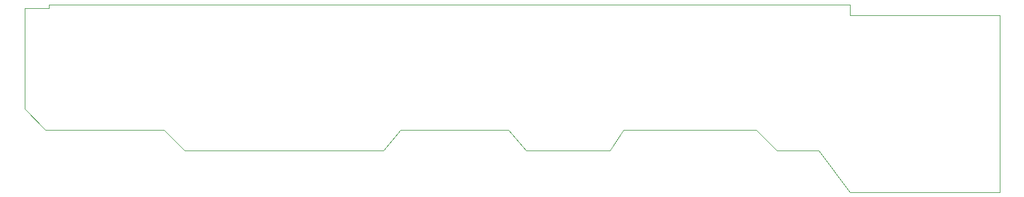
<source format=gm1>
%TF.GenerationSoftware,KiCad,Pcbnew,5.1.12-1.fc35*%
%TF.CreationDate,2022-04-23T06:04:12-07:00*%
%TF.ProjectId,left,6c656674-2e6b-4696-9361-645f70636258,v1.1*%
%TF.SameCoordinates,Original*%
%TF.FileFunction,Profile,NP*%
%FSLAX46Y46*%
G04 Gerber Fmt 4.6, Leading zero omitted, Abs format (unit mm)*
G04 Created by KiCad (PCBNEW 5.1.12-1.fc35) date 2022-04-23 06:04:12*
%MOMM*%
%LPD*%
G01*
G04 APERTURE LIST*
%TA.AperFunction,Profile*%
%ADD10C,0.030000*%
%TD*%
G04 APERTURE END LIST*
D10*
X200000000Y-101500000D02*
X200000000Y-100000000D01*
X221500000Y-101500000D02*
X200000000Y-101500000D01*
X221500000Y-127000000D02*
X221500000Y-101500000D01*
X200000000Y-127000000D02*
X221500000Y-127000000D01*
X195500000Y-121000000D02*
X200000000Y-127000000D01*
X189500000Y-121000000D02*
X195500000Y-121000000D01*
X186500000Y-118000000D02*
X189500000Y-121000000D01*
X167500000Y-118000000D02*
X186500000Y-118000000D01*
X165500000Y-121000000D02*
X167500000Y-118000000D01*
X153500000Y-121000000D02*
X165500000Y-121000000D01*
X101500000Y-118000000D02*
X104500000Y-121000000D01*
X135500000Y-118000000D02*
X151000000Y-118000000D01*
X133000000Y-121000000D02*
X135500000Y-118000000D01*
X104500000Y-121000000D02*
X133000000Y-121000000D01*
X151000000Y-118000000D02*
X153500000Y-121000000D01*
X84500000Y-118000000D02*
X101500000Y-118000000D01*
X81500000Y-100500000D02*
X81500000Y-115000000D01*
X81500000Y-115000000D02*
X84500000Y-118000000D01*
X85000000Y-100500000D02*
X81500000Y-100500000D01*
X85000000Y-100000000D02*
X85000000Y-100500000D01*
X200000000Y-100000000D02*
X85000000Y-100000000D01*
M02*

</source>
